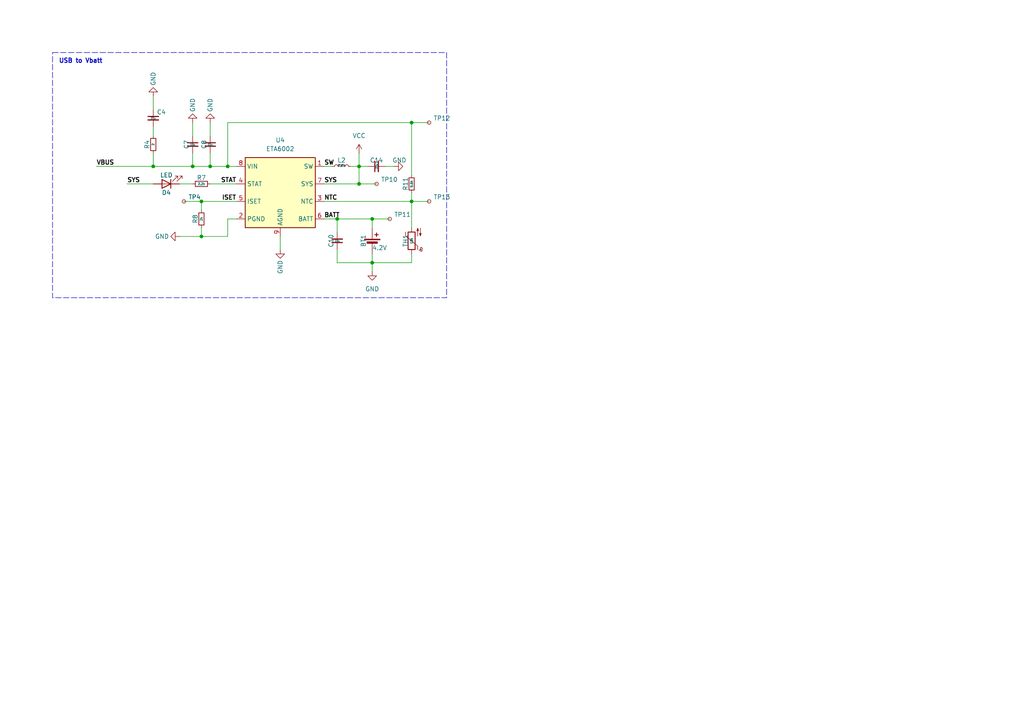
<source format=kicad_sch>
(kicad_sch (version 20241209) (generator "eeschema") (generator_version "9.0")
  (paper "A4")
  (lib_symbols
    (symbol "Battery_Management:ETA6002"
      (property "Reference" "U" (at -8.382 11.43 0))
      (property "Value" "ETA6002" (at 1.778 11.684 0))
      (symbol "ETA6002_0_1"
        (rectangle (start -10.16 10.16) (end 10.16 -10.16) (stroke (width 0.254)) (fill (type background)))
      )
      (symbol "ETA6002_1_1"
        (pin power_in line (at -12.7 7.62 0) (length 2.54) (name "VIN") (number "8"))
        (pin open_collector line (at -12.7 2.54 0) (length 2.54) (name "STAT") (number "4"))
        (pin input line (at -12.7 -2.54 0) (length 2.54) (name "ISET") (number "5"))
        (pin power_in line (at -12.7 -7.62 0) (length 2.54) (name "PGND") (number "2"))
        (pin power_in line (at 0 -12.7 90) (length 2.54) (name "AGND") (number "9"))
        (pin input line (at 12.7 7.62 180) (length 2.54) (name "SW") (number "1"))
        (pin power_out line (at 12.7 2.54 180) (length 2.54) (name "SYS") (number "7"))
        (pin input line (at 12.7 -2.54 180) (length 2.54) (name "NTC") (number "3"))
        (pin output line (at 12.7 -7.62 180) (length 2.54) (name "BATT") (number "6"))
      )
    )
    (symbol "Connector:TestPoint_Small" (pin_numbers (hide yes)) (pin_names (offset 0.762) (hide yes))
      (property "Reference" "TP" (at 0 3.81 0))
      (property "Value" "TestPoint_Small" (at 0 2.032 0))
      (symbol "TestPoint_Small_0_1"
        (circle (center 0 0) (radius 0.508))
      )
      (symbol "TestPoint_Small_1_1"
        (pin passive line (at 0 0 90) (length 0) (name "1") (number "1"))
      )
    )
    (symbol "Device:Battery_Cell" (pin_numbers (hide yes)) (pin_names (offset 0) (hide yes))
      (property "Reference" "BT" (at 2.54 2.54 0))
      (property "Value" "Battery_Cell" (at 2.54 0 0))
      (symbol "Battery_Cell_0_1"
        (rectangle (start -2.286 1.778) (end 2.286 1.524) (fill (type outline)))
        (rectangle (start -1.524 1.016) (end 1.524 0.508) (fill (type outline)))
        (polyline (pts (xy 0 1.778) (xy 0 2.54)))
        (polyline (pts (xy 0 0.762) (xy 0 0)))
        (polyline (pts (xy 0.762 3.048) (xy 1.778 3.048)) (stroke (width 0.254)))
        (polyline (pts (xy 1.27 3.556) (xy 1.27 2.54)) (stroke (width 0.254)))
      )
      (symbol "Battery_Cell_1_1"
        (pin passive line (at 0 5.08 270) (length 2.54) (name "+") (number "1"))
        (pin passive line (at 0 -2.54 90) (length 2.54) (name "-") (number "2"))
      )
    )
    (symbol "Device:C_Small" (pin_numbers (hide yes)) (pin_names (offset 0.254) (hide yes))
      (property "Reference" "C" (at 0.254 1.778 0))
      (property "Value" "C_Small" (at 0.254 -2.032 0))
      (symbol "C_Small_0_1"
        (polyline (pts (xy -1.524 0.508) (xy 1.524 0.508)) (stroke (width 0.3048)))
        (polyline (pts (xy -1.524 -0.508) (xy 1.524 -0.508)) (stroke (width 0.3302)))
      )
      (symbol "C_Small_1_1"
        (pin passive line (at 0 2.54 270) (length 2.032) (name "~") (number "1"))
        (pin passive line (at 0 -2.54 90) (length 2.032) (name "~") (number "2"))
      )
    )
    (symbol "Device:LED" (pin_numbers (hide yes)) (pin_names (offset 1.016) (hide yes))
      (property "Reference" "D" (at 0 2.54 0))
      (property "Value" "LED" (at 0 -2.54 0))
      (symbol "LED_0_1"
        (polyline (pts (xy -3.048 -0.762) (xy -4.572 -2.286) (xy -3.81 -2.286) (xy -4.572 -2.286) (xy -4.572 -1.524)))
        (polyline (pts (xy -1.778 -0.762) (xy -3.302 -2.286) (xy -2.54 -2.286) (xy -3.302 -2.286) (xy -3.302 -1.524)))
        (polyline (pts (xy -1.27 0) (xy 1.27 0)))
        (polyline (pts (xy -1.27 -1.27) (xy -1.27 1.27)) (stroke (width 0.254)))
        (polyline (pts (xy 1.27 -1.27) (xy 1.27 1.27) (xy -1.27 0) (xy 1.27 -1.27)) (stroke (width 0.254)))
      )
      (symbol "LED_1_1"
        (pin passive line (at -3.81 0 0) (length 2.54) (name "K") (number "1"))
        (pin passive line (at 3.81 0 180) (length 2.54) (name "A") (number "2"))
      )
    )
    (symbol "Device:L_Small" (pin_numbers (hide yes)) (pin_names (offset 0.254) (hide yes))
      (property "Reference" "L" (at 0.762 1.016 0))
      (property "Value" "L_Small" (at 0.762 -1.016 0))
      (symbol "L_Small_0_1"
        (arc (start 0 2.032) (mid 0.5058 1.524) (end 0 1.016))
        (arc (start 0 1.016) (mid 0.5058 0.508) (end 0 0))
        (arc (start 0 0) (mid 0.5058 -0.508) (end 0 -1.016))
        (arc (start 0 -1.016) (mid 0.5058 -1.524) (end 0 -2.032))
      )
      (symbol "L_Small_1_1"
        (pin passive line (at 0 2.54 270) (length 0.508) (name "~") (number "1"))
        (pin passive line (at 0 -2.54 90) (length 0.508) (name "~") (number "2"))
      )
    )
    (symbol "Device:R_Small" (pin_numbers (hide yes)) (pin_names (offset 0.254) (hide yes))
      (property "Reference" "R" (at 0.762 0.508 0))
      (property "Value" "R_Small" (at 0.762 -1.016 0))
      (symbol "R_Small_0_1"
        (rectangle (start -0.762 1.778) (end 0.762 -1.778) (stroke (width 0.2032)))
      )
      (symbol "R_Small_1_1"
        (pin passive line (at 0 2.54 270) (length 0.762) (name "~") (number "1"))
        (pin passive line (at 0 -2.54 90) (length 0.762) (name "~") (number "2"))
      )
    )
    (symbol "Device:Thermistor_NTC" (pin_numbers (hide yes)) (pin_names (offset 0))
      (property "Reference" "TH" (at -4.445 0 90))
      (property "Value" "Thermistor_NTC" (at 3.175 0 90))
      (symbol "Thermistor_NTC_0_1"
        (arc (start -3.175 2.413) (mid -3.0506 2.3165) (end -3.048 2.159))
        (arc (start -2.794 3.048) (mid -2.6144 2.9736) (end -2.54 2.794))
        (arc (start -3.048 2.794) (mid -2.9736 2.9736) (end -2.794 3.048))
        (arc (start -2.794 2.54) (mid -2.9736 2.6144) (end -3.048 2.794))
        (arc (start -2.794 1.905) (mid -2.9736 1.9794) (end -3.048 2.159))
        (arc (start -2.54 2.159) (mid -2.6144 1.9794) (end -2.794 1.905))
        (arc (start -2.159 2.794) (mid -2.434 2.5608) (end -2.794 2.54))
        (polyline (pts (xy -2.54 2.159) (xy -2.54 2.794)))
        (polyline (pts (xy -2.54 -3.683) (xy -2.54 -1.397) (xy -2.794 -2.159) (xy -2.286 -2.159) (xy -2.54 -1.397) (xy -2.54 -1.651)) (fill (type outline)))
        (polyline (pts (xy -1.778 2.54) (xy -1.778 1.524) (xy 1.778 -1.524) (xy 1.778 -2.54)))
        (polyline (pts (xy -1.778 -1.397) (xy -1.778 -3.683) (xy -2.032 -2.921) (xy -1.524 -2.921) (xy -1.778 -3.683) (xy -1.778 -3.429)) (fill (type outline)))
        (rectangle (start -1.016 2.54) (end 1.016 -2.54) (stroke (width 0.254)))
      )
      (symbol "Thermistor_NTC_1_1"
        (pin passive line (at 0 3.81 270) (length 1.27) (name "~") (number "1"))
        (pin passive line (at 0 -3.81 90) (length 1.27) (name "~") (number "2"))
      )
    )
    (symbol "power:GND" (power) (pin_numbers (hide yes)) (pin_names (offset 0) (hide yes))
      (property "Value" "GND" (at 0 -3.81 0))
      (symbol "GND_0_1"
        (polyline (pts (xy 0 0) (xy 0 -1.27) (xy 1.27 -1.27) (xy 0 -2.54) (xy -1.27 -1.27) (xy 0 -1.27)))
      )
      (symbol "GND_1_1"
        (pin power_in line (at 0 0 270) (length 0) (name "~") (number "1"))
      )
    )
    (symbol "power:VCC" (power) (pin_numbers (hide yes)) (pin_names (offset 0) (hide yes))
      (property "Value" "VCC" (at 0 3.556 0))
      (symbol "VCC_0_1"
        (polyline (pts (xy -0.762 1.27) (xy 0 2.54)))
        (polyline (pts (xy 0 2.54) (xy 0.762 1.27)))
        (polyline (pts (xy 0 0) (xy 0 2.54)))
      )
      (symbol "VCC_1_1"
        (pin power_in line (at 0 0 90) (length 0) (name "~") (number "1"))
      )
    )
  )
  (rectangle (start 15.24 15.24) (end 129.54 86.36) (stroke (width 0) (type dash)))
  (text "USB to Vbatt" (at 17.018 17.78 0) (effects (font (size 1.27 1.27) (thickness 0.254) (bold yes)) (justify left)))
  (junction (at 55.88 48.26))
  (junction (at 119.38 35.56))
  (junction (at 60.96 48.26))
  (junction (at 107.95 76.2))
  (junction (at 104.14 48.26))
  (junction (at 107.95 63.5))
  (junction (at 58.42 68.58))
  (junction (at 104.14 53.34))
  (junction (at 58.42 58.42))
  (junction (at 44.45 48.26))
  (junction (at 97.79 63.5))
  (junction (at 119.38 58.42))
  (junction (at 66.04 48.26))
  (wire (pts (xy 27.94 48.26) (xy 44.45 48.26)))
  (wire (pts (xy 107.95 73.66) (xy 107.95 76.2)))
  (wire (pts (xy 55.88 35.56) (xy 55.88 39.37)))
  (wire (pts (xy 60.96 35.56) (xy 60.96 39.37)))
  (wire (pts (xy 53.34 58.42) (xy 58.42 58.42)))
  (wire (pts (xy 58.42 68.58) (xy 66.04 68.58)))
  (wire (pts (xy 93.98 53.34) (xy 104.14 53.34)))
  (wire (pts (xy 104.14 44.45) (xy 104.14 48.26)))
  (wire (pts (xy 66.04 63.5) (xy 68.58 63.5)))
  (wire (pts (xy 107.95 63.5) (xy 107.95 66.04)))
  (wire (pts (xy 52.07 68.58) (xy 58.42 68.58)))
  (wire (pts (xy 119.38 73.66) (xy 119.38 76.2)))
  (wire (pts (xy 52.07 53.34) (xy 55.88 53.34)))
  (wire (pts (xy 97.79 76.2) (xy 107.95 76.2)))
  (wire (pts (xy 66.04 35.56) (xy 119.38 35.56)))
  (wire (pts (xy 81.28 68.58) (xy 81.28 72.39)))
  (wire (pts (xy 107.95 76.2) (xy 119.38 76.2)))
  (wire (pts (xy 107.95 76.2) (xy 107.95 78.74)))
  (wire (pts (xy 55.88 48.26) (xy 60.96 48.26)))
  (wire (pts (xy 119.38 35.56) (xy 119.38 50.8)))
  (wire (pts (xy 44.45 48.26) (xy 55.88 48.26)))
  (wire (pts (xy 104.14 48.26) (xy 104.14 53.34)))
  (wire (pts (xy 44.45 27.94) (xy 44.45 31.75)))
  (wire (pts (xy 66.04 48.26) (xy 68.58 48.26)))
  (wire (pts (xy 119.38 35.56) (xy 124.46 35.56)))
  (wire (pts (xy 119.38 55.88) (xy 119.38 58.42)))
  (wire (pts (xy 60.96 48.26) (xy 66.04 48.26)))
  (wire (pts (xy 44.45 44.45) (xy 44.45 48.26)))
  (wire (pts (xy 58.42 66.04) (xy 58.42 68.58)))
  (wire (pts (xy 55.88 44.45) (xy 55.88 48.26)))
  (wire (pts (xy 66.04 63.5) (xy 66.04 68.58)))
  (wire (pts (xy 93.98 63.5) (xy 97.79 63.5)))
  (wire (pts (xy 97.79 72.39) (xy 97.79 76.2)))
  (wire (pts (xy 107.95 63.5) (xy 113.03 63.5)))
  (wire (pts (xy 93.98 58.42) (xy 119.38 58.42)))
  (wire (pts (xy 66.04 35.56) (xy 66.04 48.26)))
  (wire (pts (xy 60.96 53.34) (xy 68.58 53.34)))
  (wire (pts (xy 58.42 58.42) (xy 68.58 58.42)))
  (wire (pts (xy 93.98 48.26) (xy 96.52 48.26)))
  (wire (pts (xy 104.14 48.26) (xy 106.68 48.26)))
  (wire (pts (xy 60.96 44.45) (xy 60.96 48.26)))
  (wire (pts (xy 111.76 48.26) (xy 114.3 48.26)))
  (wire (pts (xy 97.79 63.5) (xy 107.95 63.5)))
  (wire (pts (xy 36.83 53.34) (xy 44.45 53.34)))
  (wire (pts (xy 119.38 58.42) (xy 119.38 66.04)))
  (wire (pts (xy 97.79 63.5) (xy 97.79 67.31)))
  (wire (pts (xy 44.45 36.83) (xy 44.45 39.37)))
  (wire (pts (xy 119.38 58.42) (xy 124.46 58.42)))
  (wire (pts (xy 101.6 48.26) (xy 104.14 48.26)))
  (wire (pts (xy 58.42 58.42) (xy 58.42 60.96)))
  (wire (pts (xy 104.14 53.34) (xy 109.22 53.34)))
  (label "SYS" (at 36.83 53.34 0) (effects (font (thickness 0.254) (bold yes))))
  (label "BATT" (at 93.98 63.5 0) (effects (font (thickness 0.254) (bold yes))))
  (label "STAT" (at 68.58 53.34 180) (effects (font (thickness 0.254) (bold yes))))
  (label "SW" (at 93.98 48.26 0) (effects (font (thickness 0.254) (bold yes))))
  (label "NTC" (at 93.98 58.42 0) (effects (font (thickness 0.254) (bold yes))))
  (label "SYS" (at 93.98 53.34 0) (effects (font (thickness 0.254) (bold yes))))
  (label "ISET" (at 68.58 58.42 180) (effects (font (thickness 0.254) (bold yes))))
  (label "VBUS" (at 27.94 48.26 0) (effects (font (thickness 0.254) (bold yes))))
  (symbol (lib_id "power:GND") (at 107.95 78.74 0) (unit 1)
    (property "Reference" "#PWR021" (effects (hide yes)))
    (property "Value" "GND" (at 107.95 83.82 0))
    (property "Description" "Power symbol creates a global label with name \"GND\" , ground" (effects (hide yes)))
  )
  (symbol (lib_id "Connector:TestPoint_Small") (at 53.34 58.42 0) (unit 1)
    (property "Reference" "TP4" (at 54.61 57.1499 0) (effects (justify left)))
    (property "Value" "TestPoint_Small" (effects (hide yes)))
    (property "Description" "test point" (effects (hide yes)))
  )
  (symbol (lib_id "power:GND") (at 52.07 68.58 270) (unit 1)
    (property "Reference" "#PWR010" (effects (hide yes)))
    (property "Value" "GND" (at 46.99 68.58 90))
    (property "Description" "Power symbol creates a global label with name \"GND\" , ground" (effects (hide yes)))
  )
  (symbol (lib_id "Device:R_Small") (at 58.42 53.34 90) (unit 1)
    (property "Reference" "R7" (at 58.42 51.562 90))
    (property "Value" "2.2k" (at 58.42 53.34 90) (effects (font (size 0.635 0.635))))
    (property "Description" "Resistor, small symbol" (effects (hide yes)))
  )
  (symbol (lib_id "Device:L_Small") (at 99.06 48.26 90) (unit 1)
    (property "Reference" "L2" (at 99.06 46.482 90))
    (property "Value" "2.2u" (at 99.06 48.006 90) (effects (font (size 0.635 0.635))))
    (property "Description" "Inductor, small symbol" (effects (hide yes)))
  )
  (symbol (lib_id "power:GND") (at 55.88 35.56 180) (unit 1)
    (property "Reference" "#PWR012" (effects (hide yes)))
    (property "Value" "GND" (at 55.88 30.48 90))
    (property "Description" "Power symbol creates a global label with name \"GND\" , ground" (effects (hide yes)))
  )
  (symbol (lib_id "Device:C_Small") (at 44.45 34.29 0) (unit 1)
    (property "Reference" "C4" (at 45.466 32.512 0) (effects (justify left)))
    (property "Value" "22u" (at 44.45 34.29 0) (effects (font (size 0.5 0.5))))
    (property "Footprint" "Capacitor_SMD:C_0603_1608Metric_Pad1.08x0.95mm_HandSolder" (effects (hide yes)))
    (property "Description" "Ceramic capacitor, 4.7u±10%, 6.3V" (effects (hide yes)))
    (property "Manufactor" "VIIYONG" (effects (hide yes)))
  )
  (symbol (lib_id "power:GND") (at 81.28 72.39 0) (unit 1)
    (property "Reference" "#PWR016" (effects (hide yes)))
    (property "Value" "GND" (at 81.28 77.47 90))
    (property "Description" "Power symbol creates a global label with name \"GND\" , ground" (effects (hide yes)))
  )
  (symbol (lib_id "Device:LED") (at 48.26 53.34 180) (unit 1)
    (property "Reference" "D4" (at 48.26 55.88 0))
    (property "Value" "LED" (at 48.26 50.8 0))
    (property "Description" "Light emitting diode" (effects (hide yes)))
  )
  (symbol (lib_id "Device:R_Small") (at 119.38 53.34 180) (unit 1)
    (property "Reference" "R11" (at 117.602 53.34 90))
    (property "Value" "5.6k" (at 119.38 53.34 90) (effects (font (size 0.635 0.635))))
    (property "Description" "Resistor, small symbol" (effects (hide yes)))
  )
  (symbol (lib_id "Battery_Management:ETA6002") (at 81.28 55.88 0) (unit 1)
    (property "Reference" "U4" (at 81.28 40.64 0))
    (property "Value" "ETA6002" (at 81.28 43.18 0))
    (property "Footprint" "Package_SO:HSOP-8-1EP_3.9x4.9mm_P1.27mm_EP2.41x3.1mm" (effects (hide yes)))
    (property "Description" "switching Li-Ion battery charger with dynamic power-path control and input current limiting; SOP-8" (effects (hide yes)))
  )
  (symbol (lib_id "Connector:TestPoint_Small") (at 109.22 53.34 0) (unit 1)
    (property "Reference" "TP10" (at 110.49 52.0699 0) (effects (justify left)))
    (property "Value" "TestPoint_Small" (effects (hide yes)))
    (property "Description" "test point" (effects (hide yes)))
  )
  (symbol (lib_id "Device:R_Small") (at 44.45 41.91 180) (unit 1)
    (property "Reference" "R4" (at 42.672 41.91 90))
    (property "Value" "2" (at 44.45 41.91 90) (effects (font (size 0.635 0.635))))
    (property "Description" "Resistor, small symbol" (effects (hide yes)))
  )
  (symbol (lib_id "Device:C_Small") (at 97.79 69.85 180) (unit 1)
    (property "Reference" "C10" (at 96.012 69.85 90))
    (property "Value" "10u" (at 97.79 69.85 0) (effects (font (size 0.5 0.5))))
    (property "Footprint" "Capacitor_SMD:C_0603_1608Metric_Pad1.08x0.95mm_HandSolder" (effects (hide yes)))
    (property "Description" "Ceramic capacitor, 4.7u±10%, 6.3V" (effects (hide yes)))
    (property "Manufactor" "VIIYONG" (effects (hide yes)))
  )
  (symbol (lib_id "power:VCC") (at 104.14 44.45 0) (unit 1)
    (property "Reference" "#PWR019" (effects (hide yes)))
    (property "Value" "VCC" (at 104.14 39.37 0))
    (property "Description" "Power symbol creates a global label with name \"VCC\"" (effects (hide yes)))
  )
  (symbol (lib_id "Connector:TestPoint_Small") (at 124.46 58.42 0) (unit 1)
    (property "Reference" "TP13" (at 125.73 57.1499 0) (effects (justify left)))
    (property "Value" "TestPoint_Small" (effects (hide yes)))
    (property "Description" "test point" (effects (hide yes)))
  )
  (symbol (lib_id "power:GND") (at 114.3 48.26 90) (unit 1)
    (property "Reference" "#PWR022" (effects (hide yes)))
    (property "Value" "GND" (at 113.792 46.482 90) (effects (justify right)))
    (property "Description" "Power symbol creates a global label with name \"GND\" , ground" (effects (hide yes)))
  )
  (symbol (lib_id "Connector:TestPoint_Small") (at 113.03 63.5 0) (unit 1)
    (property "Reference" "TP11" (at 114.3 62.2299 0) (effects (justify left)))
    (property "Value" "TestPoint_Small" (effects (hide yes)))
    (property "Description" "test point" (effects (hide yes)))
  )
  (symbol (lib_id "Device:Thermistor_NTC") (at 119.38 69.85 180) (unit 1)
    (property "Reference" "TH1" (at 117.602 69.85 90))
    (property "Value" "10k" (at 119.38 69.85 90) (effects (font (size 0.635 0.635))))
    (property "Description" "10k@25C, B=3380K, 1%" (effects (hide yes)))
  )
  (symbol (lib_id "Device:C_Small") (at 109.22 48.26 90) (unit 1)
    (property "Reference" "C14" (at 109.22 46.482 90))
    (property "Value" "22u" (at 109.22 48.26 0) (effects (font (size 0.5 0.5))))
    (property "Footprint" "Capacitor_SMD:C_0603_1608Metric_Pad1.08x0.95mm_HandSolder" (effects (hide yes)))
    (property "Description" "Ceramic capacitor, 4.7u±10%, 6.3V" (effects (hide yes)))
    (property "Manufactor" "VIIYONG" (effects (hide yes)))
  )
  (symbol (lib_id "Device:C_Small") (at 60.96 41.91 0) (unit 1)
    (property "Reference" "C8" (at 59.182 41.91 90))
    (property "Value" "22u" (at 60.96 41.91 0) (effects (font (size 0.5 0.5))))
    (property "Footprint" "Capacitor_SMD:C_0603_1608Metric_Pad1.08x0.95mm_HandSolder" (effects (hide yes)))
    (property "Description" "Ceramic capacitor, 4.7u±10%, 6.3V" (effects (hide yes)))
    (property "Manufactor" "VIIYONG" (effects (hide yes)))
  )
  (symbol (lib_id "Device:Battery_Cell") (at 107.95 71.12 0) (unit 1)
    (property "Reference" "BT1" (at 105.41 69.85 90))
    (property "Value" "4.2V" (at 107.95 71.882 0) (effects (justify left)))
    (property "Description" "Single-cell battery" (effects (hide yes)))
  )
  (symbol (lib_id "Connector:TestPoint_Small") (at 124.46 35.56 0) (unit 1)
    (property "Reference" "TP12" (at 125.73 34.2899 0) (effects (justify left)))
    (property "Value" "TestPoint_Small" (effects (hide yes)))
    (property "Description" "test point" (effects (hide yes)))
  )
  (symbol (lib_id "power:GND") (at 44.45 27.94 180) (unit 1)
    (property "Reference" "#PWR09" (effects (hide yes)))
    (property "Value" "GND" (at 44.45 22.86 90))
    (property "Description" "Power symbol creates a global label with name \"GND\" , ground" (effects (hide yes)))
  )
  (symbol (lib_id "Device:R_Small") (at 58.42 63.5 180) (unit 1)
    (property "Reference" "R8" (at 56.642 63.5 90))
    (property "Value" "2k" (at 58.42 63.5 90) (effects (font (size 0.635 0.635))))
    (property "Description" "Resistor, small symbol" (effects (hide yes)))
  )
  (symbol (lib_id "power:GND") (at 60.96 35.56 180) (unit 1)
    (property "Reference" "#PWR013" (effects (hide yes)))
    (property "Value" "GND" (at 60.96 30.48 90))
    (property "Description" "Power symbol creates a global label with name \"GND\" , ground" (effects (hide yes)))
  )
  (symbol (lib_id "Device:C_Small") (at 55.88 41.91 0) (unit 1)
    (property "Reference" "C7" (at 54.102 41.91 90))
    (property "Value" "10u" (at 55.88 41.91 0) (effects (font (size 0.5 0.5))))
    (property "Footprint" "Capacitor_SMD:C_0603_1608Metric_Pad1.08x0.95mm_HandSolder" (effects (hide yes)))
    (property "Description" "Ceramic capacitor, 4.7u±10%, 6.3V" (effects (hide yes)))
    (property "Manufactor" "VIIYONG" (effects (hide yes)))
  )
)
</source>
